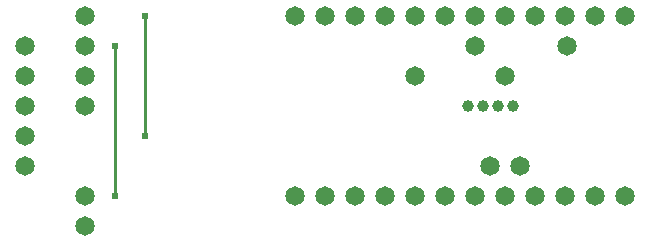
<source format=gtl>
G04 Layer: TopLayer*
G04 EasyEDA v6.4.14, 2021-01-21T15:54:09+01:00*
G04 9ce7f4978f28408badebbbb5726e7537,3bf3a0918b454840bcd8ed9ba4aead62,10*
G04 Gerber Generator version 0.2*
G04 Scale: 100 percent, Rotated: No, Reflected: No *
G04 Dimensions in inches *
G04 leading zeros omitted , absolute positions ,3 integer and 6 decimal *
%FSLAX36Y36*%
%MOIN*%

%ADD10C,0.0100*%
%ADD11C,0.0240*%
%ADD12C,0.0650*%
%ADD13C,0.0390*%

%LPD*%
D10*
X650000Y750000D02*
G01*
X650000Y250000D01*
X750000Y850000D02*
G01*
X750000Y450000D01*
D12*
G01*
X1650000Y650000D03*
G01*
X1850000Y750000D03*
G01*
X2155000Y750000D03*
G01*
X1950000Y650000D03*
G01*
X1250000Y850000D03*
G01*
X1350000Y850000D03*
G01*
X1450000Y850000D03*
G01*
X1550000Y850000D03*
G01*
X1650000Y850000D03*
G01*
X1750000Y850000D03*
G01*
X1850000Y850000D03*
G01*
X1950000Y850000D03*
G01*
X2050000Y850000D03*
G01*
X2150000Y850000D03*
G01*
X2250000Y850000D03*
G01*
X2350000Y850000D03*
G01*
X1250000Y250000D03*
G01*
X1350000Y250000D03*
G01*
X1450000Y250000D03*
G01*
X1550000Y250000D03*
G01*
X1650000Y250000D03*
G01*
X1750000Y250000D03*
G01*
X1850000Y250000D03*
G01*
X1950000Y250000D03*
G01*
X2050000Y250000D03*
G01*
X2150000Y250000D03*
G01*
X2250000Y250000D03*
G01*
X2350000Y250000D03*
G01*
X350000Y750000D03*
G01*
X350000Y650000D03*
G01*
X350000Y550000D03*
G01*
X350000Y450000D03*
G01*
X350000Y350000D03*
G01*
X550000Y550000D03*
G01*
X550000Y650000D03*
G01*
X550000Y750000D03*
G01*
X550000Y850000D03*
G01*
X550000Y150000D03*
G01*
X550000Y250000D03*
G01*
X1900000Y350000D03*
G01*
X2000000Y350000D03*
D13*
G01*
X1975000Y550000D03*
G01*
X1925000Y550000D03*
G01*
X1875000Y550000D03*
G01*
X1825000Y550000D03*
D11*
G01*
X650000Y750000D03*
G01*
X650000Y250000D03*
G01*
X750000Y850000D03*
G01*
X750000Y450000D03*
M02*

</source>
